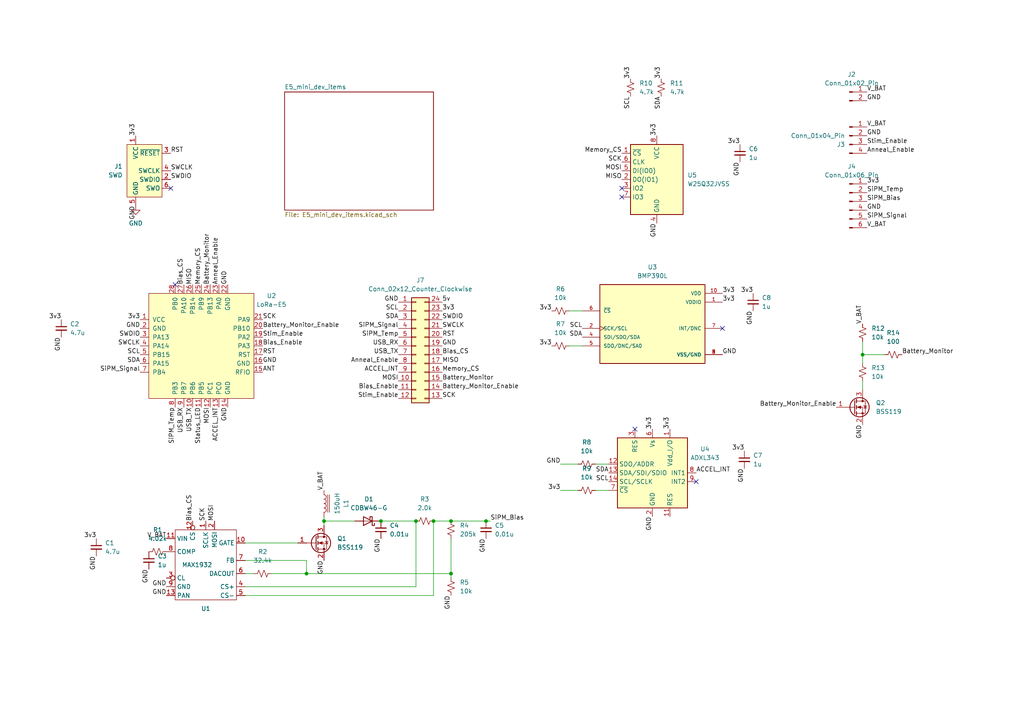
<source format=kicad_sch>
(kicad_sch (version 20230121) (generator eeschema)
  (paper "A4")
  (lib_symbols
    (symbol "BMP390L:BMP390L" (pin_names (offset 1.016))
      (property "Reference" "U" (at -15.24 15.24 0))
      (property "Value" "BMP390L" (at -15.24 -15.24 0))
      (symbol "BMP390L_0_0"
        (rectangle (start -15.24 -10.16) (end 15.24 12.7) (stroke (width 0.254)) (fill (type background)))
        (pin power_in line (at 20.32 7.62 180) (length 5.08) (name "VDDIO") (number "1"))
        (pin power_in line (at 20.32 10.16 180) (length 5.08) (name "VDD") (number "10"))
        (pin input clock (at -20.32 0 0) (length 5.08) (name "SCK/SCL") (number "2"))
        (pin power_in line (at 20.32 -7.62 180) (length 5.08) (name "VSS/GND") (number "3"))
        (pin bidirectional line (at -20.32 -2.54 0) (length 5.08) (name "SDI/SDO/SDA") (number "4"))
        (pin bidirectional line (at -20.32 -5.08 0) (length 5.08) (name "SDO/DNC/SA0") (number "5"))
        (pin input line (at -20.32 5.08 0) (length 5.08) (name "~{CS}") (number "6"))
        (pin output line (at 20.32 0 180) (length 5.08) (name "INT/DNC") (number "7"))
        (pin power_in line (at 20.32 -7.62 180) (length 5.08) (name "VSS/GND") (number "8"))
        (pin power_in line (at 20.32 -7.62 180) (length 5.08) (name "VSS/GND") (number "9"))
      )
    )
    (symbol "Connector:Conn_01x02_Pin" (pin_names (offset 1.016) hide)
      (property "Reference" "J" (at 0 2.54 0))
      (property "Value" "Conn_01x02_Pin" (at 0 -5.08 0))
      (symbol "Conn_01x02_Pin_1_1"
        (polyline (pts (xy 1.27 -2.54) (xy 0.8636 -2.54)) (stroke (width 0.1524)))
        (polyline (pts (xy 1.27 0) (xy 0.8636 0)) (stroke (width 0.1524)))
        (rectangle (start 0.8636 -2.413) (end 0 -2.667) (stroke (width 0.1524)) (fill (type outline)))
        (rectangle (start 0.8636 0.127) (end 0 -0.127) (stroke (width 0.1524)) (fill (type outline)))
        (pin passive line (at 5.08 0 180) (length 3.81) (name "Pin_1") (number "1"))
        (pin passive line (at 5.08 -2.54 180) (length 3.81) (name "Pin_2") (number "2"))
      )
    )
    (symbol "Connector:Conn_01x04_Pin" (pin_names (offset 1.016) hide)
      (property "Reference" "J" (at 0 5.08 0))
      (property "Value" "Conn_01x04_Pin" (at 0 -7.62 0))
      (symbol "Conn_01x04_Pin_1_1"
        (polyline (pts (xy 1.27 -5.08) (xy 0.8636 -5.08)) (stroke (width 0.1524)))
        (polyline (pts (xy 1.27 -2.54) (xy 0.8636 -2.54)) (stroke (width 0.1524)))
        (polyline (pts (xy 1.27 0) (xy 0.8636 0)) (stroke (width 0.1524)))
        (polyline (pts (xy 1.27 2.54) (xy 0.8636 2.54)) (stroke (width 0.1524)))
        (rectangle (start 0.8636 -4.953) (end 0 -5.207) (stroke (width 0.1524)) (fill (type outline)))
        (rectangle (start 0.8636 -2.413) (end 0 -2.667) (stroke (width 0.1524)) (fill (type outline)))
        (rectangle (start 0.8636 0.127) (end 0 -0.127) (stroke (width 0.1524)) (fill (type outline)))
        (rectangle (start 0.8636 2.667) (end 0 2.413) (stroke (width 0.1524)) (fill (type outline)))
        (pin passive line (at 5.08 2.54 180) (length 3.81) (name "Pin_1") (number "1"))
        (pin passive line (at 5.08 0 180) (length 3.81) (name "Pin_2") (number "2"))
        (pin passive line (at 5.08 -2.54 180) (length 3.81) (name "Pin_3") (number "3"))
        (pin passive line (at 5.08 -5.08 180) (length 3.81) (name "Pin_4") (number "4"))
      )
    )
    (symbol "Connector:Conn_01x06_Pin" (pin_names (offset 1.016) hide)
      (property "Reference" "J" (at 0 7.62 0))
      (property "Value" "Conn_01x06_Pin" (at 0 -10.16 0))
      (symbol "Conn_01x06_Pin_1_1"
        (polyline (pts (xy 1.27 -7.62) (xy 0.8636 -7.62)) (stroke (width 0.1524)))
        (polyline (pts (xy 1.27 -5.08) (xy 0.8636 -5.08)) (stroke (width 0.1524)))
        (polyline (pts (xy 1.27 -2.54) (xy 0.8636 -2.54)) (stroke (width 0.1524)))
        (polyline (pts (xy 1.27 0) (xy 0.8636 0)) (stroke (width 0.1524)))
        (polyline (pts (xy 1.27 2.54) (xy 0.8636 2.54)) (stroke (width 0.1524)))
        (polyline (pts (xy 1.27 5.08) (xy 0.8636 5.08)) (stroke (width 0.1524)))
        (rectangle (start 0.8636 -7.493) (end 0 -7.747) (stroke (width 0.1524)) (fill (type outline)))
        (rectangle (start 0.8636 -4.953) (end 0 -5.207) (stroke (width 0.1524)) (fill (type outline)))
        (rectangle (start 0.8636 -2.413) (end 0 -2.667) (stroke (width 0.1524)) (fill (type outline)))
        (rectangle (start 0.8636 0.127) (end 0 -0.127) (stroke (width 0.1524)) (fill (type outline)))
        (rectangle (start 0.8636 2.667) (end 0 2.413) (stroke (width 0.1524)) (fill (type outline)))
        (rectangle (start 0.8636 5.207) (end 0 4.953) (stroke (width 0.1524)) (fill (type outline)))
        (pin passive line (at 5.08 5.08 180) (length 3.81) (name "Pin_1") (number "1"))
        (pin passive line (at 5.08 2.54 180) (length 3.81) (name "Pin_2") (number "2"))
        (pin passive line (at 5.08 0 180) (length 3.81) (name "Pin_3") (number "3"))
        (pin passive line (at 5.08 -2.54 180) (length 3.81) (name "Pin_4") (number "4"))
        (pin passive line (at 5.08 -5.08 180) (length 3.81) (name "Pin_5") (number "5"))
        (pin passive line (at 5.08 -7.62 180) (length 3.81) (name "Pin_6") (number "6"))
      )
    )
    (symbol "Connector:Conn_ARM_SWD_TagConnect_TC2030" (in_bom no)
      (property "Reference" "J" (at 2.54 11.43 0))
      (property "Value" "Conn_ARM_SWD_TagConnect_TC2030" (at 5.08 8.89 0))
      (symbol "Conn_ARM_SWD_TagConnect_TC2030_0_0"
        (pin power_in line (at -2.54 10.16 270) (length 2.54) (name "VCC") (number "1"))
        (pin bidirectional line (at 7.62 -2.54 180) (length 2.54) (name "SWDIO") (number "2"))
        (pin open_collector line (at 7.62 5.08 180) (length 2.54) (name "~{RESET}") (number "3"))
        (pin output line (at 7.62 0 180) (length 2.54) (name "SWCLK") (number "4"))
        (pin power_in line (at -2.54 -10.16 90) (length 2.54) (name "GND") (number "5"))
        (pin input line (at 7.62 -5.08 180) (length 2.54) (name "SWO") (number "6"))
      )
      (symbol "Conn_ARM_SWD_TagConnect_TC2030_0_1"
        (rectangle (start -5.08 7.62) (end 5.08 -7.62) (fill (type background)))
      )
    )
    (symbol "Connector_Generic:Conn_02x12_Counter_Clockwise" (pin_names (offset 1.016) hide)
      (property "Reference" "J" (at 1.27 15.24 0))
      (property "Value" "Conn_02x12_Counter_Clockwise" (at 1.27 -17.78 0))
      (symbol "Conn_02x12_Counter_Clockwise_1_1"
        (rectangle (start -1.27 -15.113) (end 0 -15.367) (stroke (width 0.1524)))
        (rectangle (start -1.27 -12.573) (end 0 -12.827) (stroke (width 0.1524)))
        (rectangle (start -1.27 -10.033) (end 0 -10.287) (stroke (width 0.1524)))
        (rectangle (start -1.27 -7.493) (end 0 -7.747) (stroke (width 0.1524)))
        (rectangle (start -1.27 -4.953) (end 0 -5.207) (stroke (width 0.1524)))
        (rectangle (start -1.27 -2.413) (end 0 -2.667) (stroke (width 0.1524)))
        (rectangle (start -1.27 0.127) (end 0 -0.127) (stroke (width 0.1524)))
        (rectangle (start -1.27 2.667) (end 0 2.413) (stroke (width 0.1524)))
        (rectangle (start -1.27 5.207) (end 0 4.953) (stroke (width 0.1524)))
        (rectangle (start -1.27 7.747) (end 0 7.493) (stroke (width 0.1524)))
        (rectangle (start -1.27 10.287) (end 0 10.033) (stroke (width 0.1524)))
        (rectangle (start -1.27 12.827) (end 0 12.573) (stroke (width 0.1524)))
        (rectangle (start -1.27 13.97) (end 3.81 -16.51) (stroke (width 0.254)) (fill (type background)))
        (rectangle (start 3.81 -15.113) (end 2.54 -15.367) (stroke (width 0.1524)))
        (rectangle (start 3.81 -12.573) (end 2.54 -12.827) (stroke (width 0.1524)))
        (rectangle (start 3.81 -10.033) (end 2.54 -10.287) (stroke (width 0.1524)))
        (rectangle (start 3.81 -7.493) (end 2.54 -7.747) (stroke (width 0.1524)))
        (rectangle (start 3.81 -4.953) (end 2.54 -5.207) (stroke (width 0.1524)))
        (rectangle (start 3.81 -2.413) (end 2.54 -2.667) (stroke (width 0.1524)))
        (rectangle (start 3.81 0.127) (end 2.54 -0.127) (stroke (width 0.1524)))
        (rectangle (start 3.81 2.667) (end 2.54 2.413) (stroke (width 0.1524)))
        (rectangle (start 3.81 5.207) (end 2.54 4.953) (stroke (width 0.1524)))
        (rectangle (start 3.81 7.747) (end 2.54 7.493) (stroke (width 0.1524)))
        (rectangle (start 3.81 10.287) (end 2.54 10.033) (stroke (width 0.1524)))
        (rectangle (start 3.81 12.827) (end 2.54 12.573) (stroke (width 0.1524)))
        (pin passive line (at -5.08 12.7 0) (length 3.81) (name "Pin_1") (number "1"))
        (pin passive line (at -5.08 -10.16 0) (length 3.81) (name "Pin_10") (number "10"))
        (pin passive line (at -5.08 -12.7 0) (length 3.81) (name "Pin_11") (number "11"))
        (pin passive line (at -5.08 -15.24 0) (length 3.81) (name "Pin_12") (number "12"))
        (pin passive line (at 7.62 -15.24 180) (length 3.81) (name "Pin_13") (number "13"))
        (pin passive line (at 7.62 -12.7 180) (length 3.81) (name "Pin_14") (number "14"))
        (pin passive line (at 7.62 -10.16 180) (length 3.81) (name "Pin_15") (number "15"))
        (pin passive line (at 7.62 -7.62 180) (length 3.81) (name "Pin_16") (number "16"))
        (pin passive line (at 7.62 -5.08 180) (length 3.81) (name "Pin_17") (number "17"))
        (pin passive line (at 7.62 -2.54 180) (length 3.81) (name "Pin_18") (number "18"))
        (pin passive line (at 7.62 0 180) (length 3.81) (name "Pin_19") (number "19"))
        (pin passive line (at -5.08 10.16 0) (length 3.81) (name "Pin_2") (number "2"))
        (pin passive line (at 7.62 2.54 180) (length 3.81) (name "Pin_20") (number "20"))
        (pin passive line (at 7.62 5.08 180) (length 3.81) (name "Pin_21") (number "21"))
        (pin passive line (at 7.62 7.62 180) (length 3.81) (name "Pin_22") (number "22"))
        (pin passive line (at 7.62 10.16 180) (length 3.81) (name "Pin_23") (number "23"))
        (pin passive line (at 7.62 12.7 180) (length 3.81) (name "Pin_24") (number "24"))
        (pin passive line (at -5.08 7.62 0) (length 3.81) (name "Pin_3") (number "3"))
        (pin passive line (at -5.08 5.08 0) (length 3.81) (name "Pin_4") (number "4"))
        (pin passive line (at -5.08 2.54 0) (length 3.81) (name "Pin_5") (number "5"))
        (pin passive line (at -5.08 0 0) (length 3.81) (name "Pin_6") (number "6"))
        (pin passive line (at -5.08 -2.54 0) (length 3.81) (name "Pin_7") (number "7"))
        (pin passive line (at -5.08 -5.08 0) (length 3.81) (name "Pin_8") (number "8"))
        (pin passive line (at -5.08 -7.62 0) (length 3.81) (name "Pin_9") (number "9"))
      )
    )
    (symbol "Device:C_Small" (pin_numbers hide) (pin_names (offset 0.254) hide)
      (property "Reference" "C" (at 0.254 1.778 0))
      (property "Value" "C_Small" (at 0.254 -2.032 0))
      (symbol "C_Small_0_1"
        (polyline (pts (xy -1.524 -0.508) (xy 1.524 -0.508)) (stroke (width 0.3302)))
        (polyline (pts (xy -1.524 0.508) (xy 1.524 0.508)) (stroke (width 0.3048)))
      )
      (symbol "C_Small_1_1"
        (pin passive line (at 0 2.54 270) (length 2.032) (name "~") (number "1"))
        (pin passive line (at 0 -2.54 90) (length 2.032) (name "~") (number "2"))
      )
    )
    (symbol "Device:D_Schottky" (pin_numbers hide) (pin_names (offset 1.016) hide)
      (property "Reference" "D" (at 0 2.54 0))
      (property "Value" "D_Schottky" (at 0 -2.54 0))
      (symbol "D_Schottky_0_1"
        (polyline (pts (xy 1.27 0) (xy -1.27 0)))
        (polyline (pts (xy 1.27 1.27) (xy 1.27 -1.27) (xy -1.27 0) (xy 1.27 1.27)) (stroke (width 0.254)))
        (polyline (pts (xy -1.905 0.635) (xy -1.905 1.27) (xy -1.27 1.27) (xy -1.27 -1.27) (xy -0.635 -1.27) (xy -0.635 -0.635)) (stroke (width 0.254)))
      )
      (symbol "D_Schottky_1_1"
        (pin passive line (at -3.81 0 0) (length 2.54) (name "K") (number "1"))
        (pin passive line (at 3.81 0 180) (length 2.54) (name "A") (number "2"))
      )
    )
    (symbol "Device:L_Iron" (pin_numbers hide) (pin_names (offset 1.016) hide)
      (property "Reference" "L" (at -1.27 0 90))
      (property "Value" "L_Iron" (at 2.794 0 90))
      (symbol "L_Iron_0_1"
        (arc (start 0 -2.54) (mid 0.6323 -1.905) (end 0 -1.27))
        (arc (start 0 -1.27) (mid 0.6323 -0.635) (end 0 0))
        (polyline (pts (xy 1.016 2.54) (xy 1.016 -2.54)))
        (polyline (pts (xy 1.524 -2.54) (xy 1.524 2.54)))
        (arc (start 0 0) (mid 0.6323 0.635) (end 0 1.27))
        (arc (start 0 1.27) (mid 0.6323 1.905) (end 0 2.54))
      )
      (symbol "L_Iron_1_1"
        (pin passive line (at 0 3.81 270) (length 1.27) (name "1") (number "1"))
        (pin passive line (at 0 -3.81 90) (length 1.27) (name "2") (number "2"))
      )
    )
    (symbol "Device:R_Small_US" (pin_numbers hide) (pin_names (offset 0.254) hide)
      (property "Reference" "R" (at 0.762 0.508 0))
      (property "Value" "R_Small_US" (at 0.762 -1.016 0))
      (symbol "R_Small_US_1_1"
        (polyline (pts (xy 0 0) (xy 1.016 -0.381) (xy 0 -0.762) (xy -1.016 -1.143) (xy 0 -1.524)))
        (polyline (pts (xy 0 1.524) (xy 1.016 1.143) (xy 0 0.762) (xy -1.016 0.381) (xy 0 0)))
        (pin passive line (at 0 2.54 270) (length 1.016) (name "~") (number "1"))
        (pin passive line (at 0 -2.54 90) (length 1.016) (name "~") (number "2"))
      )
    )
    (symbol "LoRa-E5:LoRa-E5" (pin_names (offset 1.016))
      (property "Reference" "U" (at 0 0 0))
      (property "Value" "LoRa-E5" (at 0 2.54 0))
      (symbol "LoRa-E5_0_1"
        (rectangle (start -15.24 15.24) (end 15.24 -15.24) (fill (type background)))
      )
      (symbol "LoRa-E5_1_1"
        (pin input line (at -17.78 7.62 0) (length 2.54) (name "VCC") (number "1"))
        (pin input line (at -2.54 -17.78 90) (length 2.54) (name "PB6") (number "10"))
        (pin input line (at 0 -17.78 90) (length 2.54) (name "PB5") (number "11"))
        (pin input line (at 2.54 -17.78 90) (length 2.54) (name "PC1") (number "12"))
        (pin input line (at 5.08 -17.78 90) (length 2.54) (name "PC0") (number "13"))
        (pin input line (at 7.62 -17.78 90) (length 2.54) (name "GND") (number "14"))
        (pin input line (at 17.78 -7.62 180) (length 2.54) (name "RFIO") (number "15"))
        (pin input line (at 17.78 -5.08 180) (length 2.54) (name "GND") (number "16"))
        (pin input line (at 17.78 -2.54 180) (length 2.54) (name "RST") (number "17"))
        (pin input line (at 17.78 0 180) (length 2.54) (name "PA3") (number "18"))
        (pin input line (at 17.78 2.54 180) (length 2.54) (name "PA2") (number "19"))
        (pin input line (at -17.78 5.08 0) (length 2.54) (name "GND") (number "2"))
        (pin input line (at 17.78 5.08 180) (length 2.54) (name "PB10") (number "20"))
        (pin input line (at 17.78 7.62 180) (length 2.54) (name "PA9") (number "21"))
        (pin input line (at 7.62 17.78 270) (length 2.54) (name "GND") (number "22"))
        (pin input line (at 5.08 17.78 270) (length 2.54) (name "PA0") (number "23"))
        (pin input line (at 2.54 17.78 270) (length 2.54) (name "PB13~{}") (number "24"))
        (pin input line (at 0 17.78 270) (length 2.54) (name "PB9") (number "25"))
        (pin input line (at -2.54 17.78 270) (length 2.54) (name "PB14") (number "26"))
        (pin input line (at -5.08 17.78 270) (length 2.54) (name "PA10") (number "27"))
        (pin input line (at -7.62 17.78 270) (length 2.54) (name "PB0") (number "28"))
        (pin input line (at -17.78 2.54 0) (length 2.54) (name "PA13") (number "3"))
        (pin input line (at -17.78 0 0) (length 2.54) (name "PA14") (number "4"))
        (pin input line (at -17.78 -2.54 0) (length 2.54) (name "PB15") (number "5"))
        (pin input line (at -17.78 -5.08 0) (length 2.54) (name "PA15") (number "6"))
        (pin input line (at -17.78 -7.62 0) (length 2.54) (name "PB4") (number "7"))
        (pin input line (at -7.62 -17.78 90) (length 2.54) (name "PB3") (number "8"))
        (pin input line (at -5.08 -17.78 90) (length 2.54) (name "PB7") (number "9"))
      )
    )
    (symbol "MAX1932:MAX1932"
      (property "Reference" "U" (at -6.35 -12.7 0))
      (symbol "MAX1932_0_1"
        (rectangle (start -8.89 10.16) (end 8.89 -10.16))
      )
      (symbol "MAX1932_1_1"
        (pin input line (at 0 12.7 270) (length 2.54) (name "SCLK") (number "1"))
        (pin input line (at 11.43 6.35 180) (length 2.54) (name "GATE") (number "10"))
        (pin input line (at -11.43 7.62 0) (length 2.54) (name "VIN") (number "11"))
        (pin input inverted (at -3.81 12.7 270) (length 2.54) (name "CS") (number "12"))
        (pin input line (at -11.43 -8.89 0) (length 2.54) (name "PAN") (number "13"))
        (pin input line (at 2.54 12.7 270) (length 2.54) (name "MOSI") (number "2"))
        (pin input inverted (at -11.43 -3.81 0) (length 2.54) (name "CL") (number "3"))
        (pin input line (at 11.43 -6.35 180) (length 2.54) (name "CS+") (number "4"))
        (pin input line (at 11.43 -8.89 180) (length 2.54) (name "CS-") (number "5"))
        (pin input line (at 11.43 -2.54 180) (length 2.54) (name "DACOUT") (number "6"))
        (pin input line (at 11.43 1.27 180) (length 2.54) (name "FB") (number "7"))
        (pin input line (at -11.43 3.81 0) (length 2.54) (name "COMP") (number "8"))
        (pin input line (at -11.43 -6.35 0) (length 2.54) (name "GND") (number "9"))
      )
    )
    (symbol "Memory_Flash:W25Q32JVSS"
      (property "Reference" "U" (at -6.35 11.43 0))
      (property "Value" "W25Q32JVSS" (at 7.62 11.43 0))
      (symbol "W25Q32JVSS_0_1"
        (rectangle (start -7.62 10.16) (end 7.62 -10.16) (stroke (width 0.254)) (fill (type background)))
      )
      (symbol "W25Q32JVSS_1_1"
        (pin input line (at -10.16 7.62 0) (length 2.54) (name "~{CS}") (number "1"))
        (pin bidirectional line (at -10.16 0 0) (length 2.54) (name "DO(IO1)") (number "2"))
        (pin bidirectional line (at -10.16 -2.54 0) (length 2.54) (name "IO2") (number "3"))
        (pin power_in line (at 0 -12.7 90) (length 2.54) (name "GND") (number "4"))
        (pin bidirectional line (at -10.16 2.54 0) (length 2.54) (name "DI(IO0)") (number "5"))
        (pin input line (at -10.16 5.08 0) (length 2.54) (name "CLK") (number "6"))
        (pin bidirectional line (at -10.16 -5.08 0) (length 2.54) (name "IO3") (number "7"))
        (pin power_in line (at 0 12.7 270) (length 2.54) (name "VCC") (number "8"))
      )
    )
    (symbol "Sensor_Motion:ADXL343"
      (property "Reference" "U" (at -8.89 11.43 0))
      (property "Value" "ADXL343" (at -7.62 -11.43 0))
      (symbol "ADXL343_0_1"
        (rectangle (start -10.16 10.16) (end 10.16 -10.16) (stroke (width 0.254)) (fill (type background)))
      )
      (symbol "ADXL343_1_1"
        (pin power_in line (at 5.08 12.7 270) (length 2.54) (name "Vdd_I/O") (number "1"))
        (pin no_connect line (at -5.08 -10.16 90) (length 2.54) hide (name "NC") (number "10"))
        (pin passive line (at 5.08 -12.7 90) (length 2.54) (name "RES") (number "11"))
        (pin bidirectional line (at -12.7 2.54 0) (length 2.54) (name "SDO/ADDR") (number "12"))
        (pin bidirectional line (at -12.7 0 0) (length 2.54) (name "SDA/SDI/SDIO") (number "13"))
        (pin input line (at -12.7 -2.54 0) (length 2.54) (name "SCL/SCLK") (number "14"))
        (pin power_in line (at 0 -12.7 90) (length 2.54) (name "GND") (number "2"))
        (pin passive line (at -5.08 12.7 270) (length 2.54) (name "RES") (number "3"))
        (pin passive line (at 0 -12.7 90) (length 2.54) hide (name "GND") (number "4"))
        (pin passive line (at 0 -12.7 90) (length 2.54) hide (name "GND") (number "5"))
        (pin power_in line (at 0 12.7 270) (length 2.54) (name "Vs") (number "6"))
        (pin input line (at -12.7 -5.08 0) (length 2.54) (name "~{CS}") (number "7"))
        (pin output line (at 12.7 0 180) (length 2.54) (name "INT1") (number "8"))
        (pin output line (at 12.7 -2.54 180) (length 2.54) (name "INT2") (number "9"))
      )
    )
    (symbol "Transistor_FET:BSS138" (pin_names hide)
      (property "Reference" "Q" (at 5.08 1.905 0))
      (property "Value" "BSS138" (at 5.08 0 0))
      (symbol "BSS138_0_1"
        (polyline (pts (xy 0.254 0) (xy -2.54 0)))
        (polyline (pts (xy 0.254 1.905) (xy 0.254 -1.905)) (stroke (width 0.254)))
        (polyline (pts (xy 0.762 -1.27) (xy 0.762 -2.286)) (stroke (width 0.254)))
        (polyline (pts (xy 0.762 0.508) (xy 0.762 -0.508)) (stroke (width 0.254)))
        (polyline (pts (xy 0.762 2.286) (xy 0.762 1.27)) (stroke (width 0.254)))
        (polyline (pts (xy 2.54 2.54) (xy 2.54 1.778)))
        (polyline (pts (xy 2.54 -2.54) (xy 2.54 0) (xy 0.762 0)))
        (polyline (pts (xy 0.762 -1.778) (xy 3.302 -1.778) (xy 3.302 1.778) (xy 0.762 1.778)))
        (polyline (pts (xy 1.016 0) (xy 2.032 0.381) (xy 2.032 -0.381) (xy 1.016 0)) (fill (type outline)))
        (polyline (pts (xy 2.794 0.508) (xy 2.921 0.381) (xy 3.683 0.381) (xy 3.81 0.254)))
        (polyline (pts (xy 3.302 0.381) (xy 2.921 -0.254) (xy 3.683 -0.254) (xy 3.302 0.381)))
        (circle (center 1.651 0) (radius 2.794) (stroke (width 0.254)))
        (circle (center 2.54 -1.778) (radius 0.254) (fill (type outline)))
        (circle (center 2.54 1.778) (radius 0.254) (fill (type outline)))
      )
      (symbol "BSS138_1_1"
        (pin input line (at -5.08 0 0) (length 2.54) (name "G") (number "1"))
        (pin passive line (at 2.54 -5.08 90) (length 2.54) (name "S") (number "2"))
        (pin passive line (at 2.54 5.08 270) (length 2.54) (name "D") (number "3"))
      )
    )
    (symbol "power:GND" (power) (pin_names (offset 0))
      (property "Value" "GND" (at 0 -3.81 0))
      (symbol "GND_0_1"
        (polyline (pts (xy 0 0) (xy 0 -1.27) (xy 1.27 -1.27) (xy 0 -2.54) (xy -1.27 -1.27) (xy 0 -1.27)))
      )
      (symbol "GND_1_1"
        (pin power_in line (at 0 0 270) (length 0) hide (name "GND") (number "1"))
      )
    )
  )
  (junction (at 125.73 151.13))
  (junction (at 93.98 151.13))
  (junction (at 110.49 151.13))
  (junction (at 140.97 151.13))
  (junction (at 130.81 166.37))
  (junction (at 130.81 151.13))
  (junction (at 120.65 151.13))
  (junction (at 250.19 102.87))
  (junction (at 88.9 166.37))
  (no_connect (at 180.34 57.15))
  (no_connect (at 201.93 139.7))
  (no_connect (at 50.8 82.55))
  (no_connect (at 209.55 95.25))
  (no_connect (at 184.15 124.46))
  (no_connect (at 180.34 54.61))
  (no_connect (at 49.53 54.61))
  (wire (pts (xy 71.12 162.56) (xy 88.9 162.56)))
  (wire (pts (xy 88.9 162.56) (xy 88.9 166.37)))
  (wire (pts (xy 172.72 134.62) (xy 176.53 134.62)))
  (wire (pts (xy 162.56 134.62) (xy 167.64 134.62)))
  (wire (pts (xy 130.81 166.37) (xy 130.81 156.21)))
  (wire (pts (xy 71.12 166.37) (xy 73.66 166.37)))
  (wire (pts (xy 250.19 102.87) (xy 256.54 102.87)))
  (wire (pts (xy 88.9 166.37) (xy 130.81 166.37)))
  (wire (pts (xy 125.73 151.13) (xy 130.81 151.13)))
  (wire (pts (xy 162.56 142.24) (xy 167.64 142.24)))
  (wire (pts (xy 71.12 170.18) (xy 120.65 170.18)))
  (wire (pts (xy 250.19 99.06) (xy 250.19 102.87)))
  (wire (pts (xy 71.12 157.48) (xy 86.36 157.48)))
  (wire (pts (xy 93.98 149.86) (xy 93.98 151.13)))
  (wire (pts (xy 165.1 90.17) (xy 168.91 90.17)))
  (wire (pts (xy 140.97 151.13) (xy 142.24 151.13)))
  (wire (pts (xy 172.72 142.24) (xy 176.53 142.24)))
  (wire (pts (xy 125.73 172.72) (xy 125.73 151.13)))
  (wire (pts (xy 130.81 167.64) (xy 130.81 166.37)))
  (wire (pts (xy 93.98 151.13) (xy 93.98 152.4)))
  (wire (pts (xy 120.65 151.13) (xy 110.49 151.13)))
  (wire (pts (xy 250.19 102.87) (xy 250.19 105.41)))
  (wire (pts (xy 78.74 166.37) (xy 88.9 166.37)))
  (wire (pts (xy 165.1 100.33) (xy 168.91 100.33)))
  (wire (pts (xy 120.65 170.18) (xy 120.65 151.13)))
  (wire (pts (xy 250.19 110.49) (xy 250.19 113.03)))
  (wire (pts (xy 130.81 151.13) (xy 140.97 151.13)))
  (wire (pts (xy 93.98 151.13) (xy 102.87 151.13)))
  (wire (pts (xy 71.12 172.72) (xy 125.73 172.72)))
  (label "V_BAT" (at 251.46 66.04 0))
  (label "ANT" (at 76.2 107.95 0))
  (label "SWDIO" (at 128.27 92.71 0))
  (label "GND" (at 162.56 134.62 180))
  (label "SCK" (at 59.69 151.13 90))
  (label "SDA" (at 191.77 27.94 270))
  (label "3v3" (at 160.02 100.33 180))
  (label "SDA" (at 168.91 97.79 180))
  (label "3v3" (at 162.56 142.24 180))
  (label "SWCLK" (at 128.27 95.25 0))
  (label "3v3" (at 194.31 124.46 90))
  (label "3v3" (at 218.44 85.09 180))
  (label "3v3" (at 215.9 130.81 180))
  (label "3v3" (at 182.88 22.86 90))
  (label "MISO" (at 128.27 105.41 0))
  (label "GND" (at 209.55 102.87 0))
  (label "GND" (at 190.5 64.77 270))
  (label "V_BAT" (at 251.46 36.83 0))
  (label "USB_TX" (at 55.88 118.11 270))
  (label "Stim_Enable" (at 76.2 97.79 0))
  (label "GND" (at 189.23 149.86 270))
  (label "GND" (at 215.9 135.89 270))
  (label "3v3" (at 209.55 85.09 0))
  (label "GND" (at 40.64 95.25 180))
  (label "Bias_Enable" (at 115.57 113.03 180))
  (label "MOSI" (at 180.34 49.53 180))
  (label "GND" (at 250.19 123.19 270))
  (label "Battery_Monitor" (at 60.96 82.55 90))
  (label "GND" (at 115.57 87.63 180))
  (label "SDA" (at 176.53 137.16 180))
  (label "3v3" (at 39.37 39.37 90))
  (label "V_BAT" (at 93.98 142.24 90))
  (label "Bias_Enable" (at 76.2 100.33 0))
  (label "3v3" (at 40.64 92.71 180))
  (label "GND" (at 140.97 156.21 270))
  (label "MOSI" (at 62.23 151.13 90))
  (label "GND" (at 128.27 100.33 0))
  (label "Bias_CS" (at 55.88 151.13 90))
  (label "SCL" (at 40.64 102.87 180))
  (label "ACCEL_INT" (at 201.93 137.16 0))
  (label "Battery_Monitor" (at 128.27 110.49 0))
  (label "V_BAT" (at 48.26 156.21 180))
  (label "ACCEL_INT" (at 115.57 107.95 180))
  (label "Bias_CS" (at 128.27 102.87 0))
  (label "RST" (at 128.27 97.79 0))
  (label "SCL" (at 182.88 27.94 270))
  (label "SiPM_Temp" (at 251.46 55.88 0))
  (label "GND" (at 251.46 29.21 0))
  (label "GND" (at 48.26 172.72 180))
  (label "GND" (at 43.18 165.1 270))
  (label "GND" (at 110.49 156.21 270))
  (label "SWDIO" (at 40.64 97.79 180))
  (label "GND" (at 66.04 118.11 270))
  (label "USB_TX" (at 115.57 102.87 180))
  (label "MOSI" (at 115.57 110.49 180))
  (label "3v3" (at 189.23 124.46 90))
  (label "SDA" (at 115.57 92.71 180))
  (label "3v3" (at 160.02 90.17 180))
  (label "Battery_Monitor_Enable" (at 128.27 113.03 0))
  (label "GND" (at 214.63 46.99 270))
  (label "5v" (at 128.27 87.63 0))
  (label "SCL" (at 176.53 139.7 180))
  (label "V_BAT" (at 250.19 93.98 90))
  (label "RST" (at 49.53 44.45 0))
  (label "Anneal_Enable" (at 115.57 105.41 180))
  (label "GND" (at 251.46 39.37 0))
  (label "GND" (at 17.78 97.79 270))
  (label "Memory_CS" (at 128.27 107.95 0))
  (label "SCL" (at 168.91 95.25 180))
  (label "SiPM_Temp" (at 115.57 97.79 180))
  (label "Battery_Monitor_Enable" (at 76.2 95.25 0))
  (label "SiPM_Signal" (at 115.57 95.25 180))
  (label "3v3" (at 209.55 87.63 0))
  (label "3v3" (at 190.5 39.37 90))
  (label "MISO" (at 180.34 52.07 180))
  (label "Status_LED" (at 58.42 118.11 270))
  (label "SiPM_Temp" (at 50.8 118.11 270))
  (label "ACCEL_INT" (at 63.5 118.11 270))
  (label "SCK" (at 180.34 46.99 180))
  (label "3v3" (at 191.77 22.86 90))
  (label "RST" (at 76.2 102.87 0))
  (label "3v3" (at 214.63 41.91 180))
  (label "SiPM_Bias" (at 251.46 58.42 0))
  (label "Memory_CS" (at 58.42 82.55 90))
  (label "SDA" (at 40.64 105.41 180))
  (label "GND" (at 39.37 59.69 270))
  (label "GND" (at 76.2 105.41 0))
  (label "MOSI" (at 60.96 118.11 270))
  (label "SiPM_Signal" (at 40.64 107.95 180))
  (label "Stim_Enable" (at 115.57 115.57 180))
  (label "3v3" (at 17.78 92.71 180))
  (label "3v3" (at 128.27 90.17 0))
  (label "3v3" (at 27.94 156.21 180))
  (label "SWDIO" (at 49.53 52.07 0))
  (label "Anneal_Enable" (at 251.46 44.45 0))
  (label "SCK" (at 76.2 92.71 0))
  (label "SiPM_Signal" (at 251.46 63.5 0))
  (label "GND" (at 218.44 90.17 270))
  (label "Battery_Monitor" (at 261.62 102.87 0))
  (label "GND" (at 130.81 172.72 270))
  (label "Battery_Monitor_Enable" (at 242.57 118.11 180))
  (label "USB_RX" (at 115.57 100.33 180))
  (label "GND" (at 27.94 161.29 270))
  (label "USB_RX" (at 53.34 118.11 270))
  (label "GND" (at 48.26 170.18 180))
  (label "GND" (at 93.98 162.56 270))
  (label "SWCLK" (at 49.53 49.53 0))
  (label "Memory_CS" (at 180.34 44.45 180))
  (label "GND" (at 251.46 60.96 0))
  (label "Stim_Enable" (at 251.46 41.91 0))
  (label "3v3" (at 251.46 53.34 0))
  (label "SWCLK" (at 40.64 100.33 180))
  (label "SCK" (at 128.27 115.57 0))
  (label "GND" (at 66.04 82.55 90))
  (label "Anneal_Enable" (at 63.5 82.55 90))
  (label "SCL" (at 115.57 90.17 180))
  (label "V_BAT" (at 251.46 26.67 0))
  (label "MISO" (at 55.88 82.55 90))
  (label "SiPM_Bias" (at 142.24 151.13 0))
  (label "Bias_CS" (at 53.34 82.55 90))
  (symbol (lib_id "LoRa-E5:LoRa-E5") (at 58.42 100.33 0) (unit 1) (on_board no)
    (property "Reference" "U2" (at 78.74 85.7819 0))
    (property "Value" "LoRa-E5" (at 78.74 88.3219 0))
    (property "Footprint" "LoRa-E5:LoRa-E5" (effects hide))
  )
  (symbol (lib_id "Device:C_Small") (at 17.78 95.25 0) (unit 1) (on_board no)
    (property "Reference" "C2" (at 20.32 93.9863 0) (effects (justify left)))
    (property "Value" "4.7u" (at 20.32 96.5263 0) (effects (justify left)))
    (property "Footprint" "Capacitor_SMD:C_0805_2012Metric_Pad1.18x1.45mm_HandSolder" (effects hide))
  )
  (symbol (lib_id "Connector:Conn_01x06_Pin") (at 246.38 58.42 0) (unit 1)
    (property "Reference" "J4" (at 247.015 48.26 0))
    (property "Value" "Conn_01x06_Pin" (at 247.015 50.8 0))
    (property "Footprint" "Library:SLW6S-1C7LF" (effects hide))
  )
  (symbol (lib_id "Device:R_Small_US") (at 170.18 142.24 270) (unit 1)
    (property "Reference" "R9" (at 170.18 135.89 90))
    (property "Value" "10k" (at 170.18 138.43 90))
    (property "Footprint" "Resistor_SMD:R_0805_2012Metric_Pad1.20x1.40mm_HandSolder" (effects hide))
  )
  (symbol (lib_id "Device:R_Small_US") (at 182.88 25.4 180) (unit 1)
    (property "Reference" "R10" (at 185.42 24.13 0) (effects (justify right)))
    (property "Value" "4.7k" (at 185.42 26.67 0) (effects (justify right)))
    (property "Footprint" "Resistor_SMD:R_0805_2012Metric_Pad1.20x1.40mm_HandSolder" (effects hide))
  )
  (symbol (lib_id "Device:R_Small_US") (at 259.08 102.87 270) (unit 1)
    (property "Reference" "R14" (at 259.08 96.52 90))
    (property "Value" "100" (at 259.08 99.06 90))
    (property "Footprint" "Resistor_SMD:R_0805_2012Metric_Pad1.20x1.40mm_HandSolder" (effects hide))
  )
  (symbol (lib_id "Transistor_FET:BSS138") (at 91.44 157.48 0) (unit 1)
    (property "Reference" "Q1" (at 97.79 156.21 0) (effects (justify left)))
    (property "Value" "BSS119" (at 97.79 158.75 0) (effects (justify left)))
    (property "Footprint" "Package_TO_SOT_SMD:SOT-23" (effects hide))
    (property "Datasheet" "https://www.onsemi.com/pub/Collateral/BSS138-D.PDF" (effects hide))
  )
  (symbol (lib_id "Device:R_Small_US") (at 76.2 166.37 90) (unit 1)
    (property "Reference" "R2" (at 76.2 160.02 90))
    (property "Value" "32.4k" (at 76.2 162.56 90))
    (property "Footprint" "Resistor_SMD:R_0805_2012Metric_Pad1.20x1.40mm_HandSolder" (effects hide))
  )
  (symbol (lib_id "Device:C_Small") (at 215.9 133.35 0) (unit 1)
    (property "Reference" "C7" (at 218.44 132.0863 0) (effects (justify left)))
    (property "Value" "1u" (at 218.44 134.6263 0) (effects (justify left)))
    (property "Footprint" "Capacitor_SMD:C_0805_2012Metric_Pad1.18x1.45mm_HandSolder" (effects hide))
  )
  (symbol (lib_id "Device:R_Small_US") (at 191.77 25.4 180) (unit 1)
    (property "Reference" "R11" (at 194.31 24.13 0) (effects (justify right)))
    (property "Value" "4.7k" (at 194.31 26.67 0) (effects (justify right)))
    (property "Footprint" "Resistor_SMD:R_0805_2012Metric_Pad1.20x1.40mm_HandSolder" (effects hide))
  )
  (symbol (lib_id "MAX1932:MAX1932") (at 59.69 163.83 0) (unit 1)
    (property "Reference" "U1" (at 59.69 176.53 0))
    (property "Value" "MAX1932" (at 57.15 163.83 0))
    (property "Footprint" "Package_DFN_QFN:DFN-12-1EP_4x4mm_P0.65mm_EP2.64x3.54mm" (effects hide))
  )
  (symbol (lib_id "Device:C_Small") (at 140.97 153.67 0) (unit 1)
    (property "Reference" "C5" (at 143.51 152.4063 0) (effects (justify left)))
    (property "Value" "0.01u" (at 143.51 154.9463 0) (effects (justify left)))
    (property "Footprint" "Capacitor_SMD:C_0805_2012Metric_Pad1.18x1.45mm_HandSolder" (effects hide))
  )
  (symbol (lib_id "Memory_Flash:W25Q32JVSS") (at 190.5 52.07 0) (unit 1)
    (property "Reference" "U5" (at 199.39 50.8 0) (effects (justify left)))
    (property "Value" "W25Q32JVSS" (at 199.39 53.34 0) (effects (justify left)))
    (property "Footprint" "Package_SO:SOIC-8_5.23x5.23mm_P1.27mm" (effects hide))
    (property "Datasheet" "http://www.winbond.com/resource-files/w25q32jv%20revg%2003272018%20plus.pdf" (effects hide))
  )
  (symbol (lib_id "Transistor_FET:BSS138") (at 247.65 118.11 0) (unit 1)
    (property "Reference" "Q2" (at 254 116.84 0) (effects (justify left)))
    (property "Value" "BSS119" (at 254 119.38 0) (effects (justify left)))
    (property "Footprint" "Package_TO_SOT_SMD:SOT-23" (effects hide))
    (property "Datasheet" "https://www.onsemi.com/pub/Collateral/BSS138-D.PDF" (effects hide))
  )
  (symbol (lib_id "Device:R_Small_US") (at 130.81 153.67 0) (unit 1)
    (property "Reference" "R4" (at 133.35 152.4 0) (effects (justify left)))
    (property "Value" "205k" (at 133.35 154.94 0) (effects (justify left)))
    (property "Footprint" "Resistor_SMD:R_0805_2012Metric_Pad1.20x1.40mm_HandSolder" (effects hide))
  )
  (symbol (lib_id "Device:R_Small_US") (at 250.19 107.95 0) (unit 1)
    (property "Reference" "R13" (at 252.73 106.68 0) (effects (justify left)))
    (property "Value" "10k" (at 252.73 109.22 0) (effects (justify left)))
    (property "Footprint" "Resistor_SMD:R_0805_2012Metric_Pad1.20x1.40mm_HandSolder" (effects hide))
  )
  (symbol (lib_id "Sensor_Motion:ADXL343") (at 189.23 137.16 0) (unit 1)
    (property "Reference" "U4" (at 204.47 130.2319 0))
    (property "Value" "ADXL343" (at 204.47 132.7719 0))
    (property "Footprint" "Package_LGA:LGA-14_3x5mm_P0.8mm_LayoutBorder1x6y" (effects hide))
    (property "Datasheet" "https://www.analog.com/media/en/technical-documentation/data-sheets/ADXL343.pdf" (effects hide))
  )
  (symbol (lib_id "Device:C_Small") (at 43.18 162.56 0) (unit 1)
    (property "Reference" "C3" (at 45.72 161.2963 0) (effects (justify left)))
    (property "Value" "1u" (at 45.72 163.8363 0) (effects (justify left)))
    (property "Footprint" "Capacitor_SMD:C_0805_2012Metric_Pad1.18x1.45mm_HandSolder" (effects hide))
  )
  (symbol (lib_id "Device:C_Small") (at 110.49 153.67 0) (unit 1)
    (property "Reference" "C4" (at 113.03 152.4063 0) (effects (justify left)))
    (property "Value" "0.01u" (at 113.03 154.9463 0) (effects (justify left)))
    (property "Footprint" "Capacitor_SMD:C_0805_2012Metric_Pad1.18x1.45mm_HandSolder" (effects hide))
  )
  (symbol (lib_id "Connector:Conn_ARM_SWD_TagConnect_TC2030") (at 41.91 49.53 0) (unit 1) (in_bom no)
    (property "Reference" "J1" (at 35.56 48.26 0) (effects (justify right)))
    (property "Value" "SWD" (at 35.56 50.8 0) (effects (justify right)))
    (property "Footprint" "Connector:Tag-Connect_TC2030-IDC-NL_2x03_P1.27mm_Vertical" (effects hide))
    (property "Datasheet" "https://www.tag-connect.com/wp-content/uploads/bsk-pdf-manager/TC2030-CTX_1.pdf" (effects hide))
  )
  (symbol (lib_id "Device:D_Schottky") (at 106.68 151.13 180) (unit 1)
    (property "Reference" "D1" (at 106.9975 144.78 0))
    (property "Value" "CDBW46-G" (at 106.9975 147.32 0))
    (property "Footprint" "Diode_SMD:D_SOD-123" (effects hide))
  )
  (symbol (lib_id "Connector:Conn_01x02_Pin") (at 246.38 26.67 0) (unit 1)
    (property "Reference" "J2" (at 247.015 21.59 0))
    (property "Value" "Conn_01x02_Pin" (at 247.015 24.13 0))
    (property "Footprint" "Library:JST-PH-RH-SM" (effects hide))
  )
  (symbol (lib_id "power:GND") (at 39.37 59.69 0) (unit 1)
    (property "Reference" "#PWR01" (effects hide))
    (property "Value" "GND" (at 39.37 64.77 0))
  )
  (symbol (lib_id "Device:R_Small_US") (at 130.81 170.18 0) (unit 1)
    (property "Reference" "R5" (at 133.35 168.91 0) (effects (justify left)))
    (property "Value" "10k" (at 133.35 171.45 0) (effects (justify left)))
    (property "Footprint" "Resistor_SMD:R_0805_2012Metric_Pad1.20x1.40mm_HandSolder" (effects hide))
  )
  (symbol (lib_id "Device:R_Small_US") (at 162.56 100.33 270) (unit 1)
    (property "Reference" "R7" (at 162.56 93.98 90))
    (property "Value" "10k" (at 162.56 96.52 90))
    (property "Footprint" "Resistor_SMD:R_0805_2012Metric_Pad1.20x1.40mm_HandSolder" (effects hide))
  )
  (symbol (lib_id "Device:R_Small_US") (at 162.56 90.17 270) (unit 1)
    (property "Reference" "R6" (at 162.56 83.82 90))
    (property "Value" "10k" (at 162.56 86.36 90))
    (property "Footprint" "Resistor_SMD:R_0805_2012Metric_Pad1.20x1.40mm_HandSolder" (effects hide))
  )
  (symbol (lib_id "Device:R_Small_US") (at 123.19 151.13 90) (unit 1)
    (property "Reference" "R3" (at 123.19 144.78 90))
    (property "Value" "2.0k" (at 123.19 147.32 90))
    (property "Footprint" "Resistor_SMD:R_0805_2012Metric_Pad1.20x1.40mm_HandSolder" (effects hide))
  )
  (symbol (lib_id "Device:C_Small") (at 214.63 44.45 0) (unit 1)
    (property "Reference" "C6" (at 217.17 43.1863 0) (effects (justify left)))
    (property "Value" "1u" (at 217.17 45.7263 0) (effects (justify left)))
    (property "Footprint" "Capacitor_SMD:C_0805_2012Metric_Pad1.18x1.45mm_HandSolder" (effects hide))
  )
  (symbol (lib_id "Device:C_Small") (at 218.44 87.63 0) (unit 1)
    (property "Reference" "C8" (at 220.98 86.3663 0) (effects (justify left)))
    (property "Value" "1u" (at 220.98 88.9063 0) (effects (justify left)))
    (property "Footprint" "Capacitor_SMD:C_0805_2012Metric_Pad1.18x1.45mm_HandSolder" (effects hide))
  )
  (symbol (lib_id "Device:R_Small_US") (at 45.72 160.02 90) (unit 1)
    (property "Reference" "R1" (at 45.72 153.67 90))
    (property "Value" "4.02k" (at 45.72 156.21 90))
    (property "Footprint" "Resistor_SMD:R_0805_2012Metric_Pad1.20x1.40mm_HandSolder" (effects hide))
  )
  (symbol (lib_id "Device:C_Small") (at 27.94 158.75 0) (unit 1)
    (property "Reference" "C1" (at 30.48 157.4863 0) (effects (justify left)))
    (property "Value" "4.7u" (at 30.48 160.0263 0) (effects (justify left)))
    (property "Footprint" "Capacitor_SMD:C_0805_2012Metric_Pad1.18x1.45mm_HandSolder" (effects hide))
  )
  (symbol (lib_id "BMP390L:BMP390L") (at 189.23 95.25 0) (unit 1)
    (property "Reference" "U3" (at 189.23 77.47 0))
    (property "Value" "BMP390L" (at 189.23 80.01 0))
    (property "Footprint" "BMP390L:XDCR_BMP390L" (effects hide))
    (property "MF" "Bosch Sensortec" (effects hide))
    (property "MAXIMUM_PACKAGE_HEIGHT" "0.8 mm" (effects hide))
    (property "Package" "None" (effects hide))
    (property "Price" "None" (effects hide))
    (property "Check_prices" "https://www.snapeda.com/parts/BMP390L/Bosch+Sensortec/view-part/?ref=eda" (effects hide))
    (property "STANDARD" "Manufacturer Recommendation" (effects hide))
    (property "PARTREV" "1.7" (effects hide))
    (property "SnapEDA_Link" "https://www.snapeda.com/parts/BMP390L/Bosch+Sensortec/view-part/?ref=snap" (effects hide))
    (property "MP" "BMP390L" (effects hide))
    (property "Purchase-URL" "https://www.snapeda.com/api/url_track_click_mouser/?unipart_id=4817101&manufacturer=Bosch Sensortec&part_name=BMP390L&search_term=None" (effects hide))
    (property "Description" "\nPressure Sensor 4.35PSI ~ 18.13PSI (30kPa ~ 125kPa) Absolute - - 10-WFLGA\n" (effects hide))
    (property "MANUFACTURER" "BOSCH" (effects hide))
    (property "Availability" "In Stock" (effects hide))
    (property "SNAPEDA_PN" "BMP390L" (effects hide))
  )
  (symbol (lib_id "Device:R_Small_US") (at 250.19 96.52 0) (unit 1)
    (property "Reference" "R12" (at 252.73 95.25 0) (effects (justify left)))
    (property "Value" "10k" (at 252.73 97.79 0) (effects (justify left)))
    (property "Footprint" "Resistor_SMD:R_0805_2012Metric_Pad1.20x1.40mm_HandSolder" (effects hide))
  )
  (symbol (lib_id "Connector:Conn_01x04_Pin") (at 246.38 39.37 0) (unit 1)
    (property "Reference" "J3" (at 245.11 41.91 0) (effects (justify right)))
    (property "Value" "Conn_01x04_Pin" (at 245.11 39.37 0) (effects (justify right)))
    (property "Footprint" "Library:SLW4S-1C7LF" (effects hide))
  )
  (symbol (lib_id "Connector_Generic:Conn_02x12_Counter_Clockwise") (at 120.65 100.33 0) (unit 1)
    (property "Reference" "J7" (at 121.92 81.28 0))
    (property "Value" "Conn_02x12_Counter_Clockwise" (at 121.92 83.82 0))
    (property "Footprint" "Library:E5-mini-dev" (effects hide))
  )
  (symbol (lib_id "Device:L_Iron") (at 93.98 146.05 0) (unit 1)
    (property "Reference" "L1" (at 100.33 146.05 90))
    (property "Value" "150uH" (at 97.79 146.05 90))
    (property "Footprint" "Library:SRN4026" (effects hide))
  )
  (symbol (lib_id "Device:R_Small_US") (at 170.18 134.62 270) (unit 1)
    (property "Reference" "R8" (at 170.18 128.27 90))
    (property "Value" "10k" (at 170.18 130.81 90))
    (property "Footprint" "Resistor_SMD:R_0805_2012Metric_Pad1.20x1.40mm_HandSolder" (effects hide))
  )
  (sheet (at 82.55 26.67) (size 43.18 34.29) (stroke (width 0.1524))
    (property "Sheetname" "E5_mini_dev_items" (at 82.55 25.9584 0) (effects (justify left bottom)))
    (property "Sheetfile" "E5_mini_dev_items.kicad_sch" (at 82.55 61.5446 0) (effects (justify left top)))
  )
)
</source>
